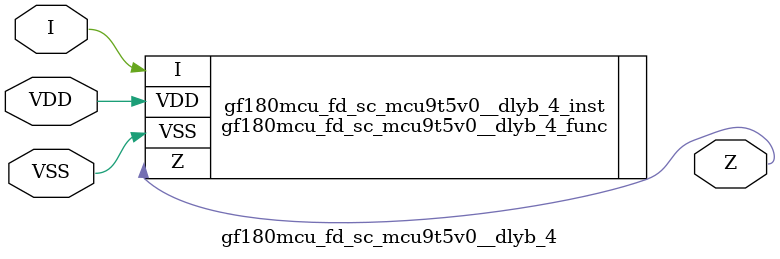
<source format=v>

module gf180mcu_fd_sc_mcu9t5v0__dlyb_4( I, Z, VDD, VSS );
input I;
inout VDD, VSS;
output Z;

   `ifdef FUNCTIONAL  //  functional //

	gf180mcu_fd_sc_mcu9t5v0__dlyb_4_func gf180mcu_fd_sc_mcu9t5v0__dlyb_4_behav_inst(.I(I),.Z(Z),.VDD(VDD),.VSS(VSS));

   `else

	gf180mcu_fd_sc_mcu9t5v0__dlyb_4_func gf180mcu_fd_sc_mcu9t5v0__dlyb_4_inst(.I(I),.Z(Z),.VDD(VDD),.VSS(VSS));

	// spec_gates_begin


	// spec_gates_end



   specify

	// specify_block_begin

	// comb arc I --> Z
	 (I => Z) = (1.0,1.0);

	// specify_block_end

   endspecify

   `endif

endmodule

</source>
